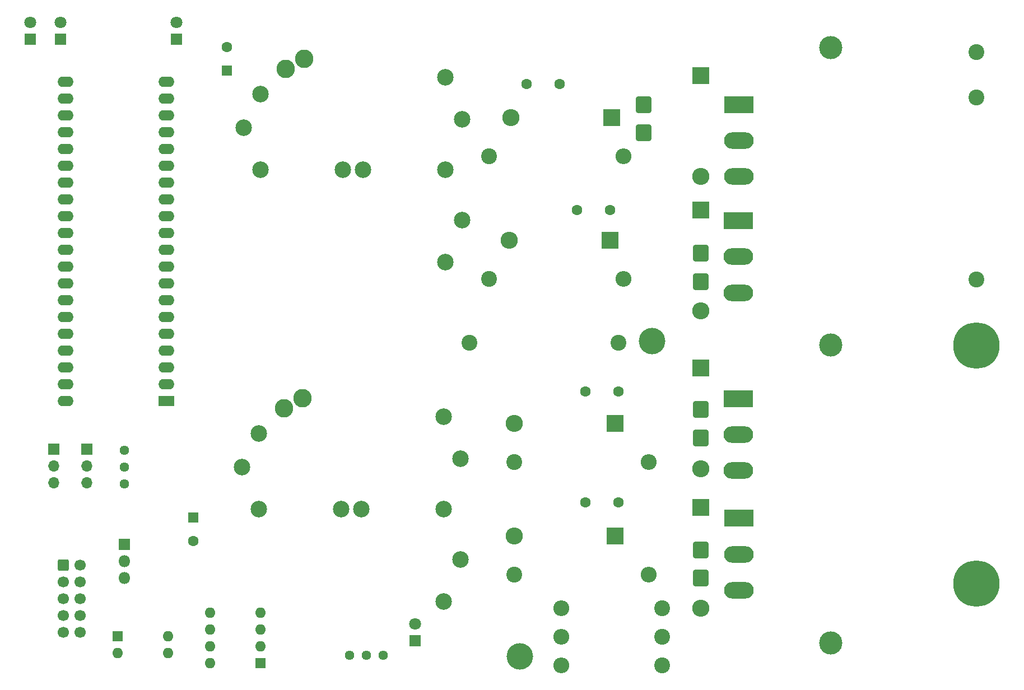
<source format=gts>
G04 #@! TF.GenerationSoftware,KiCad,Pcbnew,7.0.2*
G04 #@! TF.CreationDate,2023-07-23T14:06:11+02:00*
G04 #@! TF.ProjectId,Module_1,4d6f6475-6c65-45f3-912e-6b696361645f,rev?*
G04 #@! TF.SameCoordinates,Original*
G04 #@! TF.FileFunction,Soldermask,Top*
G04 #@! TF.FilePolarity,Negative*
%FSLAX46Y46*%
G04 Gerber Fmt 4.6, Leading zero omitted, Abs format (unit mm)*
G04 Created by KiCad (PCBNEW 7.0.2) date 2023-07-23 14:06:11*
%MOMM*%
%LPD*%
G01*
G04 APERTURE LIST*
G04 Aperture macros list*
%AMRoundRect*
0 Rectangle with rounded corners*
0 $1 Rounding radius*
0 $2 $3 $4 $5 $6 $7 $8 $9 X,Y pos of 4 corners*
0 Add a 4 corners polygon primitive as box body*
4,1,4,$2,$3,$4,$5,$6,$7,$8,$9,$2,$3,0*
0 Add four circle primitives for the rounded corners*
1,1,$1+$1,$2,$3*
1,1,$1+$1,$4,$5*
1,1,$1+$1,$6,$7*
1,1,$1+$1,$8,$9*
0 Add four rect primitives between the rounded corners*
20,1,$1+$1,$2,$3,$4,$5,0*
20,1,$1+$1,$4,$5,$6,$7,0*
20,1,$1+$1,$6,$7,$8,$9,0*
20,1,$1+$1,$8,$9,$2,$3,0*%
G04 Aperture macros list end*
%ADD10C,2.400000*%
%ADD11O,2.400000X2.400000*%
%ADD12R,2.600000X2.600000*%
%ADD13O,2.600000X2.600000*%
%ADD14RoundRect,0.250000X-0.900000X1.000000X-0.900000X-1.000000X0.900000X-1.000000X0.900000X1.000000X0*%
%ADD15R,1.600000X1.600000*%
%ADD16C,1.600000*%
%ADD17C,3.500000*%
%ADD18RoundRect,0.250000X-0.600000X-0.600000X0.600000X-0.600000X0.600000X0.600000X-0.600000X0.600000X0*%
%ADD19C,1.700000*%
%ADD20R,1.800000X1.800000*%
%ADD21C,1.800000*%
%ADD22C,4.000000*%
%ADD23R,1.700000X1.700000*%
%ADD24O,1.700000X1.700000*%
%ADD25C,2.800000*%
%ADD26O,1.600000X1.600000*%
%ADD27C,1.440000*%
%ADD28O,1.800000X1.800000*%
%ADD29C,7.000000*%
%ADD30R,2.400000X1.600000*%
%ADD31O,2.400000X1.600000*%
%ADD32C,2.500000*%
%ADD33R,4.500000X2.500000*%
%ADD34O,4.500000X2.500000*%
G04 APERTURE END LIST*
D10*
X158496000Y-134366000D03*
D11*
X143256000Y-134366000D03*
D12*
X164338000Y-89408000D03*
D13*
X164338000Y-104648000D03*
D10*
X206000000Y-48500000D03*
X206000000Y-76000000D03*
D14*
X164338000Y-72018000D03*
X164338000Y-76318000D03*
D15*
X87630000Y-112012349D03*
D16*
X87630000Y-115512349D03*
D17*
X184000000Y-40900000D03*
D18*
X67985000Y-119160000D03*
D19*
X70525000Y-119160000D03*
X67985000Y-121700000D03*
X70525000Y-121700000D03*
X67985000Y-124240000D03*
X70525000Y-124240000D03*
X67985000Y-126780000D03*
X70525000Y-126780000D03*
X67985000Y-129320000D03*
X70525000Y-129320000D03*
D12*
X164338000Y-45212000D03*
D13*
X164338000Y-60452000D03*
D20*
X85090000Y-39629000D03*
D21*
X85090000Y-37089000D03*
D10*
X158496000Y-130048000D03*
D11*
X143256000Y-130048000D03*
D22*
X137000000Y-133000000D03*
D23*
X66525000Y-101635000D03*
D24*
X66525000Y-104175000D03*
X66525000Y-106715000D03*
D16*
X151852000Y-92964000D03*
X146852000Y-92964000D03*
D10*
X132334000Y-75946000D03*
D11*
X152654000Y-75946000D03*
D25*
X104394000Y-42672000D03*
X104140000Y-93980000D03*
D17*
X184000000Y-130900000D03*
D12*
X164338000Y-110490000D03*
D13*
X164338000Y-125730000D03*
D12*
X164338000Y-65532000D03*
D13*
X164338000Y-80772000D03*
D15*
X97780000Y-133975000D03*
D26*
X97780000Y-131435000D03*
X97780000Y-128895000D03*
X97780000Y-126355000D03*
X90160000Y-126355000D03*
X90160000Y-128895000D03*
X90160000Y-131435000D03*
X90160000Y-133975000D03*
D10*
X136144000Y-120650000D03*
D11*
X156464000Y-120650000D03*
D27*
X77216000Y-101844000D03*
X77216000Y-104384000D03*
X77216000Y-106924000D03*
D10*
X205994000Y-41656000D03*
D15*
X92710000Y-44394000D03*
D16*
X92710000Y-40894000D03*
D12*
X151384000Y-114808000D03*
D13*
X136144000Y-114808000D03*
D23*
X71525000Y-101635000D03*
D24*
X71525000Y-104175000D03*
X71525000Y-106715000D03*
D20*
X121158000Y-130561000D03*
D21*
X121158000Y-128021000D03*
D10*
X158496000Y-125730000D03*
D11*
X143256000Y-125730000D03*
D20*
X67564000Y-39629000D03*
D21*
X67564000Y-37089000D03*
D20*
X77216000Y-116078000D03*
D28*
X77216000Y-118618000D03*
X77216000Y-121158000D03*
D14*
X164338000Y-116858000D03*
X164338000Y-121158000D03*
D16*
X142962000Y-46482000D03*
X137962000Y-46482000D03*
D29*
X206000000Y-122000000D03*
X206000000Y-86000000D03*
D20*
X62992000Y-39629000D03*
D21*
X62992000Y-37089000D03*
D10*
X132334000Y-57404000D03*
D11*
X152654000Y-57404000D03*
D12*
X150622000Y-70104000D03*
D13*
X135382000Y-70104000D03*
D10*
X151892000Y-85598000D03*
X129392000Y-85598000D03*
D30*
X83525000Y-94340000D03*
D31*
X83525000Y-91800000D03*
X83525000Y-89260000D03*
X83525000Y-86720000D03*
X83525000Y-84180000D03*
X83525000Y-81640000D03*
X83525000Y-79100000D03*
X83525000Y-76560000D03*
X83525000Y-74020000D03*
X83525000Y-71480000D03*
X83525000Y-68940000D03*
X83525000Y-66400000D03*
X83525000Y-63860000D03*
X83525000Y-61320000D03*
X83525000Y-58780000D03*
X83525000Y-56240000D03*
X83525000Y-53700000D03*
X83525000Y-51160000D03*
X83525000Y-48620000D03*
X83525000Y-46080000D03*
X68285000Y-46080000D03*
X68285000Y-48620000D03*
X68285000Y-51160000D03*
X68285000Y-53700000D03*
X68285000Y-56240000D03*
X68285000Y-58780000D03*
X68285000Y-61320000D03*
X68285000Y-63860000D03*
X68285000Y-66400000D03*
X68285000Y-68940000D03*
X68285000Y-71480000D03*
X68285000Y-74020000D03*
X68285000Y-76560000D03*
X68285000Y-79100000D03*
X68285000Y-81640000D03*
X68285000Y-84180000D03*
X68285000Y-86720000D03*
X68285000Y-89260000D03*
X68285000Y-91800000D03*
X68285000Y-94340000D03*
D16*
X150582000Y-65532000D03*
X145582000Y-65532000D03*
D15*
X76210000Y-129965000D03*
D26*
X76210000Y-132505000D03*
X83830000Y-132505000D03*
X83830000Y-129965000D03*
D14*
X164338000Y-95640000D03*
X164338000Y-99940000D03*
D12*
X151384000Y-97790000D03*
D13*
X136144000Y-97790000D03*
D12*
X150876000Y-51562000D03*
D13*
X135636000Y-51562000D03*
D14*
X155702000Y-49548000D03*
X155702000Y-53848000D03*
D10*
X136144000Y-103632000D03*
D11*
X156464000Y-103632000D03*
D32*
X97490000Y-99316000D03*
D25*
X101300000Y-95506000D03*
D32*
X94950000Y-104396000D03*
X125430000Y-96776000D03*
X127970000Y-103126000D03*
X127970000Y-118366000D03*
X125430000Y-124716000D03*
X112984000Y-110746000D03*
X109936000Y-110746000D03*
X97490000Y-110746000D03*
X125430000Y-110746000D03*
D16*
X151852000Y-109728000D03*
X146852000Y-109728000D03*
D17*
X184000000Y-85900000D03*
D32*
X97790000Y-48006000D03*
D25*
X101600000Y-44196000D03*
D32*
X95250000Y-53086000D03*
X125730000Y-45466000D03*
X128270000Y-51816000D03*
X128270000Y-67056000D03*
X125730000Y-73406000D03*
X113284000Y-59436000D03*
X110236000Y-59436000D03*
X97790000Y-59436000D03*
X125730000Y-59436000D03*
D22*
X156972000Y-85344000D03*
D27*
X111252000Y-132842000D03*
X113792000Y-132842000D03*
X116332000Y-132842000D03*
D33*
X170110000Y-49550000D03*
D34*
X170110000Y-55000000D03*
X170110000Y-60450000D03*
D33*
X170000000Y-94000000D03*
D34*
X170000000Y-99450000D03*
X170000000Y-104900000D03*
D33*
X170000000Y-67100000D03*
D34*
X170000000Y-72550000D03*
X170000000Y-78000000D03*
D33*
X170110000Y-112100000D03*
D34*
X170110000Y-117550000D03*
X170110000Y-123000000D03*
M02*

</source>
